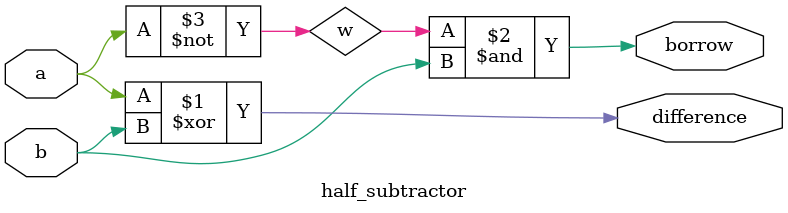
<source format=v>
module half_subtractor(difference,borrow,a,b);
  output difference,borrow;
  input a,b;
  wire w;
  not g1(w,a);
  xor g2(difference,a,b);
  and g3(borrow,w,b);
endmodule
  

</source>
